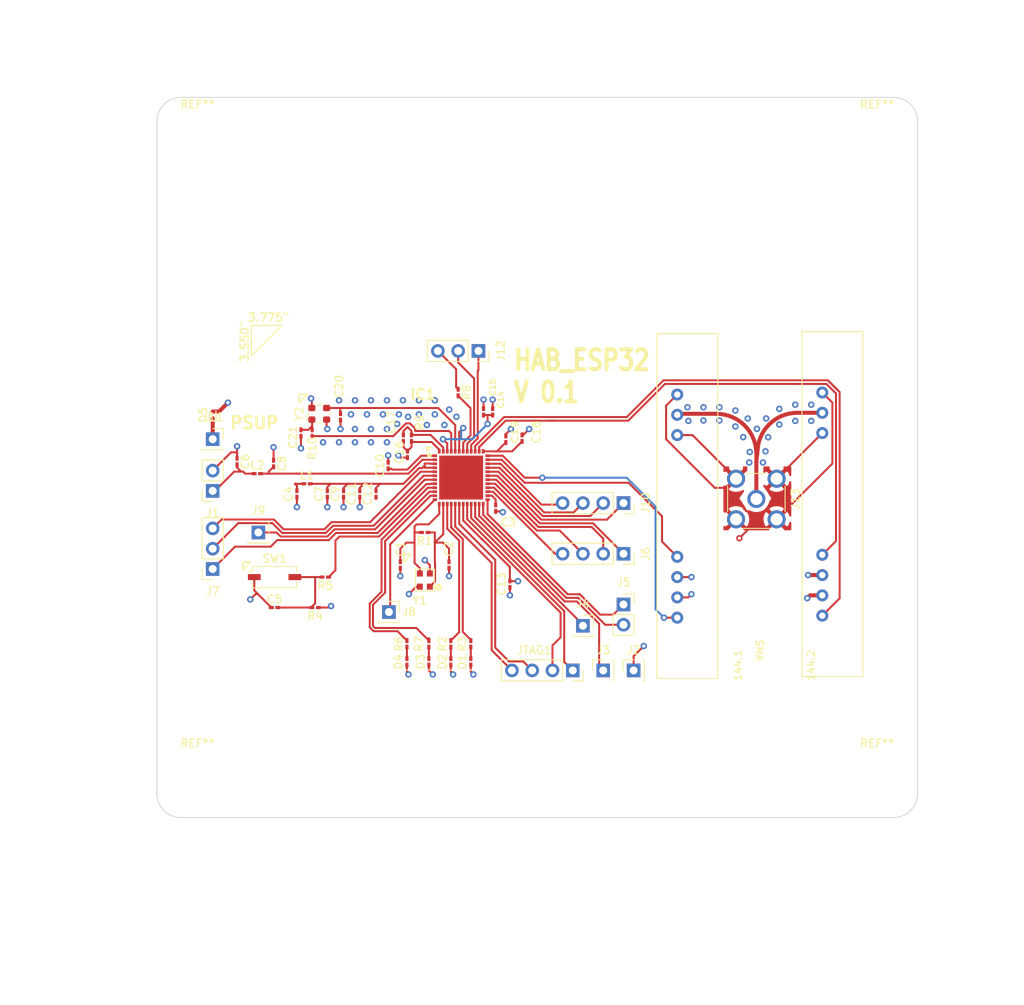
<source format=kicad_pcb>
(kicad_pcb (version 20211014) (generator pcbnew)
  (title_block (title "HAB_ESP32") (date "2021-11-13") (rev "v1") (company "SEDS") (comment 3 "Author, Luke Chapman"))
  (layers (0 "F.Cu" signal) (1 "In1.Cu" power "GND.Cu") (2 "In2.Cu" power "PWR.Cu") (31 "B.Cu" signal) (37 "F.SilkS" user "F.Silkscreen") (38 "B.Mask" user) (39 "F.Mask" user) (44 "Edge.Cuts" user))
  (net 0 "")
  (net 1 "GND")
  (net 2 "Net-(C1-Pad2)")
  (net 3 "Net-(C2-Pad2)")
  (net 4 "VCC")
  (net 5 "Net-(C16-Pad1)")
  (net 6 "/ANT")
  (net 7 "Net-(C21-Pad1)")
  (net 8 "/Psup")
  (net 9 "/S_VP")
  (net 10 "/S_CAPP")
  (net 11 "/S_CAPN")
  (net 12 "/S_VN")
  (net 13 "Net-(IC1-Pad9)")
  (net 14 "/IO34")
  (net 15 "/IO35")
  (net 16 "/IO32")
  (net 17 "/IO26")
  (net 18 "/IO27")
  (net 19 "/IO14")
  (net 20 "/IO12")
  (net 21 "/IO13")
  (net 22 "/IO15")
  (net 23 "/IO2")
  (net 24 "/IO0")
  (net 25 "/IO4")
  (net 26 "/IO16")
  (net 27 "/IO17")
  (net 28 "/SHD-SD2")
  (net 29 "/SWP-SD3")
  (net 30 "/SCS-CMD")
  (net 31 "/CLK-SCK1")
  (net 32 "/SDO-SD0")
  (net 33 "/SDI-SD1")
  (net 34 "/IO5")
  (net 35 "/IO18")
  (net 36 "/IO23")
  (net 37 "/IO19")
  (net 38 "/IO22")
  (net 39 "/UORXD")
  (net 40 "/U0TXD")
  (net 41 "Net-(IC1-Pad42)")
  (net 42 "Net-(IC1-Pad45)")
  (net 43 "/IO21")
  (net 44 "Net-(144.1-Pad2)")
  (net 45 "Net-(C5-Pad2)")
  (net 46 "Net-(C11-Pad2)")
  (net 47 "Net-(C8-Pad2)")
  (net 48 "Net-(C14-Pad1)")
  (net 49 "Net-(C17-Pad2)")
  (net 50 "Net-(C20-Pad1)")
  (net 51 "Net-(D1-Pad2)")
  (net 52 "Net-(D2-Pad2)")
  (net 53 "Net-(D3-Pad2)")
  (net 54 "Net-(D4-Pad2)")
  (footprint "HX1:Radiometric_HX1" (layer "F.Cu") (at 146.177 116.967 -90)
    (fp_text reference "144.2")
    (fp_text value "Radiometic_HX1")
  )
  (footprint "Capacitor_SMD:C_0201_0603Metric_Pad0.64x0.40mm_HandSolder" (layer "F.Cu") (at 99.441 125.857 90)
    (fp_text reference "C2")
    (fp_text value "TBD")
  )
  (footprint "Capacitor_SMD:C_0201_0603Metric_Pad0.64x0.40mm_HandSolder" (layer "F.Cu") (at 105.283 118.745 90)
    (fp_text reference "C3")
    (fp_text value "1u")
  )
  (footprint "Capacitor_SMD:C_0201_0603Metric_Pad0.64x0.40mm_HandSolder" (layer "F.Cu") (at 80.391 116.967 90)
    (fp_text reference "C4")
    (fp_text value "C")
  )
  (footprint "Capacitor_SMD:C_0201_0603Metric_Pad0.64x0.40mm_HandSolder" (layer "F.Cu") (at 84.201 116.967 90)
    (fp_text reference "C7")
    (fp_text value "0.1u")
  )
  (footprint "Capacitor_SMD:C_0201_0603Metric_Pad0.64x0.40mm_HandSolder" (layer "F.Cu") (at 77.597 131.191)
    (fp_text reference "C5")
    (fp_text value "1u")
  )
  (footprint "Capacitor_SMD:C_0201_0603Metric_Pad0.64x0.40mm_HandSolder" (layer "F.Cu") (at 86.233 116.967 90)
    (fp_text reference "C9")
    (fp_text value "1u")
  )
  (footprint "Capacitor_SMD:C_0201_0603Metric_Pad0.64x0.40mm_HandSolder" (layer "F.Cu") (at 91.821 113.411 -90)
    (fp_text reference "C10")
    (fp_text value "0.1u")
  )
  (footprint "Capacitor_SMD:C_0201_0603Metric_Pad0.64x0.40mm_HandSolder" (layer "F.Cu") (at 88.265 116.967 90)
    (fp_text reference "C11")
    (fp_text value "C")
  )
  (footprint "Capacitor_SMD:C_0201_0603Metric_Pad0.64x0.40mm_HandSolder" (layer "F.Cu") (at 90.297 116.967 90)
    (fp_text reference "C12")
    (fp_text value "10u")
  )
  (footprint "Capacitor_SMD:C_0201_0603Metric_Pad0.64x0.40mm_HandSolder" (layer "F.Cu") (at 107.061 128.27 90)
    (fp_text reference "C13")
    (fp_text value "0.1u")
  )
  (footprint "Capacitor_SMD:C_0201_0603Metric_Pad0.64x0.40mm_HandSolder" (layer "F.Cu") (at 104.902 106.68 90)
    (fp_text reference "C14")
    (fp_text value "100p")
  )
  (footprint "Capacitor_SMD:C_0201_0603Metric_Pad0.64x0.40mm_HandSolder" (layer "F.Cu") (at 103.759 106.68 90)
    (fp_text reference "C15")
    (fp_text value "1u")
  )
  (footprint "Capacitor_SMD:C_0201_0603Metric_Pad0.64x0.40mm_HandSolder" (layer "F.Cu") (at 108.585 109.982 -90)
    (fp_text reference "C18")
    (fp_text value "10u")
  )
  (footprint "Capacitor_SMD:C_0201_0603Metric_Pad0.64x0.40mm_HandSolder" (layer "F.Cu") (at 106.553 110.109 -90)
    (fp_text reference "C19")
    (fp_text value "1u")
  )
  (footprint "Capacitor_SMD:C_0201_0603Metric_Pad0.64x0.40mm_HandSolder" (layer "F.Cu") (at 93.726 109.982 90)
    (fp_text reference "C17")
    (fp_text value "3.3n")
  )
  (footprint "Capacitor_SMD:C_0201_0603Metric_Pad0.64x0.40mm_HandSolder" (layer "F.Cu") (at 94.234 112.014 -90)
    (fp_text reference "C16")
    (fp_text value "C")
  )
  (footprint "Capacitor_SMD:C_0201_0603Metric_Pad0.64x0.40mm_HandSolder" (layer "F.Cu") (at 80.899 109.347 -90)
    (fp_text reference "C21")
    (fp_text value "C")
  )
  (footprint "Capacitor_SMD:C_0201_0603Metric_Pad0.64x0.40mm_HandSolder" (layer "F.Cu") (at 77.47 113.157 -90)
    (fp_text reference "C8")
    (fp_text value "TBD")
  )
  (footprint "Capacitor_SMD:C_0201_0603Metric_Pad0.64x0.40mm_HandSolder" (layer "F.Cu") (at 85.852 107.315 -90)
    (fp_text reference "C20")
    (fp_text value "TBD")
  )
  (footprint "Diode_SMD:D_SOD-923" (layer "F.Cu") (at 69.85 107.061 90)
    (fp_text reference "D5")
    (fp_text value "ESD9B3.3ST5G")
  )
  (footprint "ESP32-PICO-D4:ESP32-PICO-D4_1" (layer "F.Cu") (at 100.965 114.935)
    (fp_text reference "IC1")
    (fp_text value "ESP32-PICO-D4" hide)
  )
  (footprint "Connector_PinSocket_2.54mm:PinSocket_1x01_P2.54mm_Vertical" (layer "F.Cu") (at 118.745 139.065 90)
    (fp_text reference "J3")
    (fp_text value " ")
  )
  (footprint "Connector_PinSocket_2.54mm:PinSocket_1x01_P2.54mm_Vertical" (layer "F.Cu") (at 69.85 110.109)
    (fp_text reference "J11")
    (fp_text value " ")
  )
  (footprint "Connector_PinSocket_2.54mm:PinSocket_1x04_P2.54mm_Vertical" (layer "F.Cu") (at 114.935 139.065 -90)
    (fp_text reference "JTAG1")
    (fp_text value "  ")
  )
  (footprint "Inductor_SMD:L_0201_0603Metric_Pad0.64x0.40mm_HandSolder" (layer "F.Cu") (at 81.661 115.697)
    (fp_text reference "L1")
    (fp_text value "2n")
  )
  (footprint "Inductor_SMD:L_0201_0603Metric_Pad0.64x0.40mm_HandSolder" (layer "F.Cu") (at 75.438 114.427)
    (fp_text reference "L2")
    (fp_text value "TBD")
  )
  (footprint "Resistor_SMD:R_0201_0603Metric_Pad0.64x0.40mm_HandSolder" (layer "F.Cu") (at 82.677 131.191 180)
    (fp_text reference "R4")
    (fp_text value "TBD")
  )
  (footprint "Resistor_SMD:R_0201_0603Metric_Pad0.64x0.40mm_HandSolder" (layer "F.Cu") (at 100.584 104.267 -90)
    (fp_text reference "R8")
    (fp_text value "499")
  )
  (footprint "Resistor_SMD:R_0201_0603Metric_Pad0.64x0.40mm_HandSolder" (layer "F.Cu") (at 94.742 109.982 -90)
    (fp_text reference "R9")
    (fp_text value "20k")
  )
  (footprint "Resistor_SMD:R_0201_0603Metric_Pad0.64x0.40mm_HandSolder" (layer "F.Cu") (at 82.296 109.347 -90)
    (fp_text reference "R10")
    (fp_text value "0")
  )
  (footprint "Resistor_SMD:R_0201_0603Metric_Pad0.64x0.40mm_HandSolder" (layer "F.Cu") (at 83.947 127.381 180)
    (fp_text reference "R5")
    (fp_text value "0")
  )
  (footprint "Button_Switch_SMD:SW_DIP_SPSTx01_Slide_Copal_CHS-01A_W5.08mm_P1.27mm_JPin" (layer "F.Cu") (at 77.597 127.381)
    (fp_text reference "SW1")
    (fp_text value "SW_SPST")
  )
  (footprint "Oscillator:Oscillator_SMD_ECS_2520MV-xxx-xx-4Pin_2.5x2.0mm" (layer "F.Cu") (at 83.185 106.934 90)
    (fp_text reference "Y2")
    (fp_text value "ECS-TXO-2520-33-400-AN-TR")
  )
  (footprint "Connector_PinSocket_2.54mm:PinSocket_1x01_P2.54mm_Vertical" (layer "F.Cu") (at 116.205 133.477)
    (fp_text reference "J4")
    (fp_text value " ")
  )
  (footprint "Connector_PinSocket_2.54mm:PinSocket_1x02_P2.54mm_Vertical" (layer "F.Cu") (at 121.285 130.81)
    (fp_text reference "J5")
    (fp_text value " ")
  )
  (footprint "Connector_PinSocket_2.54mm:PinSocket_1x01_P2.54mm_Vertical" (layer "F.Cu") (at 91.915 131.755)
    (fp_text reference "J8")
    (fp_text value " ")
  )
  (footprint "Connector_PinSocket_2.54mm:PinSocket_1x02_P2.54mm_Vertical" (layer "F.Cu") (at 69.85 116.586 180)
    (fp_text reference "J1")
    (fp_text value " ")
  )
  (footprint "Connector_PinSocket_2.54mm:PinSocket_1x01_P2.54mm_Vertical" (layer "F.Cu") (at 75.565 121.793)
    (fp_text reference "J9")
    (fp_text value " ")
  )
  (footprint "Resistor_SMD:R_0201_0603Metric_Pad0.64x0.40mm_HandSolder" (layer "F.Cu") (at 96.393 121.793 180)
    (fp_text reference "R1")
    (fp_text value "TBD")
  )
  (footprint "Capacitor_SMD:C_0201_0603Metric_Pad0.64x0.40mm_HandSolder" (layer "F.Cu") (at 93.345 125.857 90)
    (fp_text reference "C1")
    (fp_text value "TBD")
  )
  (footprint "Connector_PinSocket_2.54mm:PinSocket_1x03_P2.54mm_Vertical" (layer "F.Cu") (at 103.124 99.06 -90)
    (fp_text reference "J12")
    (fp_text value " ")
  )
  (footprint "Connector_PinSocket_2.54mm:PinSocket_1x03_P2.54mm_Vertical" (layer "F.Cu") (at 69.85 126.365 180)
    (fp_text reference "J7")
    (fp_text value " ")
  )
  (footprint "Connector_PinSocket_2.54mm:PinSocket_1x01_P2.54mm_Vertical" (layer "F.Cu") (at 122.555 139.065 90)
    (fp_text reference "J2")
    (fp_text value " ")
  )
  (footprint "Connector_PinSocket_2.54mm:PinSocket_1x04_P2.54mm_Vertical" (layer "F.Cu") (at 121.285 118.11 -90)
    (fp_text reference "J10")
    (fp_text value " ")
  )
  (footprint "Connector_PinSocket_2.54mm:PinSocket_1x04_P2.54mm_Vertical" (layer "F.Cu") (at 121.285 124.46 -90)
    (fp_text reference "J6")
    (fp_text value "  ")
  )
  (footprint "Connector_Coaxial:SMA_Molex_73251-2200_Horizontal" (layer "F.Cu") (at 137.922 117.602 180)
    (fp_text reference "J13")
    (fp_text value "SMA_Molex_Horizontal")
  )
  (footprint "HX1:Radiometric_HX1" (layer "F.Cu") (at 128.016 117.221 -90)
    (fp_text reference "144.1")
    (fp_text value "Radiometic_HX1")
  )
  (footprint "Capacitor_SMD:C_0201_0603Metric_Pad0.64x0.40mm_HandSolder" (layer "F.Cu") (at 72.898 112.903 -90)
    (fp_text reference "C6")
    (fp_text value "TBD")
  )
  (footprint "OM-7604-C7-32:OSCDFN250X200X89-4N" (layer "F.Cu") (at 96.415 127.755 180)
    (fp_text reference "Y1")
    (fp_text value "OM-7604-C7")
  )
  (footprint "Resistor_SMD:R_0201_0603Metric_Pad0.64x0.40mm_HandSolder" (layer "F.Cu") (at 99.665 135.735 90)
    (fp_text reference "R2")
    (fp_text value "TBD")
  )
  (footprint "Resistor_SMD:R_0201_0603Metric_Pad0.64x0.40mm_HandSolder" (layer "F.Cu") (at 96.915 135.735 -90)
    (fp_text reference "R7")
    (fp_text value "TBD")
  )
  (footprint "Resistor_SMD:R_0201_0603Metric_Pad0.64x0.40mm_HandSolder" (layer "F.Cu") (at 102.165 135.735 90)
    (fp_text reference "R3")
    (fp_text value "TBD")
  )
  (footprint "Resistor_SMD:R_0201_0603Metric_Pad0.64x0.40mm_HandSolder" (layer "F.Cu") (at 94.165 135.735 -90)
    (fp_text reference "R6")
    (fp_text value "TBD")
  )
  (footprint "LED_SMD:LED_0201_0603Metric_Pad0.64x0.40mm_HandSolder" (layer "F.Cu") (at 96.915 137.985 90)
    (fp_text reference "D3")
    (fp_text value "LED")
  )
  (footprint "LED_SMD:LED_0201_0603Metric_Pad0.64x0.40mm_HandSolder" (layer "F.Cu") (at 94.165 137.985 90)
    (fp_text reference "D4")
    (fp_text value "LED")
  )
  (footprint "LED_SMD:LED_0201_0603Metric_Pad0.64x0.40mm_HandSolder" (layer "F.Cu") (at 102.165 137.985 90)
    (fp_text reference "D1")
    (fp_text value "LED")
  )
  (footprint "LED_SMD:LED_0201_0603Metric_Pad0.64x0.40mm_HandSolder" (layer "F.Cu") (at 99.665 137.985 90)
    (fp_text reference "D2")
    (fp_text value "LED")
  )
  (footprint "MountingHole:MountingHole_3.2mm_M3" (layer "F.Cu") (at 67.945 72.39)
    (fp_text reference "REF**")
    (fp_text value "MountingHole_3.2mm_M3")
  )
  (footprint "MountingHole:MountingHole_3.2mm_M3" (layer "F.Cu") (at 67.945 152.4)
    (fp_text reference "REF**")
    (fp_text value "MountingHole_3.2mm_M3")
  )
  (footprint "MountingHole:MountingHole_3.2mm_M3" (layer "F.Cu") (at 153.035 72.39)
    (fp_text reference "REF**")
    (fp_text value "MountingHole_3.2mm_M3")
  )
  (footprint "MountingHole:MountingHole_3.2mm_M3" (layer "F.Cu") (at 153.035 152.4)
    (fp_text reference "REF**")
    (fp_text value "MountingHole_3.2mm_M3")
  )
  (gr_line (start 74.697 95.87) (end 78.507 95.87) (layer "F.SilkS") (width 0.15))
  (gr_line (start 81.765 104.505) (end 80.665 105.505) (layer "F.SilkS") (width 0.1778))
  (gr_line (start 93.765 124.505) (end 94.665 124.505) (layer "F.SilkS") (width 0.1778))
  (gr_line (start 74.565 125.505) (end 73.665 125.505) (layer "F.SilkS") (width 0.1778))
  (gr_line (start 97.165 111.105) (end 96.665 111.105) (layer "F.SilkS") (width 0.1778))
  (gr_line (start 96.665 111.105) (end 96.665 111.605) (layer "F.SilkS") (width 0.1778))
  (gr_line (start 93.765 124.505) (end 93.765 125.505) (layer "F.SilkS") (width 0.1778))
  (gr_line (start 73.665 125.505) (end 73.665 126.505) (layer "F.SilkS") (width 0.1778))
  (gr_line (start 96.665 111.605) (end 97.165 111.105) (layer "F.SilkS") (width 0.1778))
  (gr_line (start 80.665 105.505) (end 80.665 104.505) (layer "F.SilkS") (width 0.1778))
  (gr_line (start 73.665 126.505) (end 74.565 125.505) (layer "F.SilkS") (width 0.1778))
  (gr_line (start 74.697 99.68) (end 78.507 95.87) (layer "F.SilkS") (width 0.15))
  (gr_line (start 94.665 124.505) (end 93.865 125.505) (layer "F.SilkS") (width 0.1778))
  (gr_line (start 74.697 95.87) (end 74.697 99.68) (layer "F.SilkS") (width 0.15))
  (gr_line (start 80.665 104.505) (end 81.765 104.505) (layer "F.SilkS") (width 0.1778))
  (gr_line (start 155.115 157.48) (end 65.865 157.48) (layer "Edge.Cuts") (width 0.1016))
  (gr_line (start 62.865 154.48) (end 62.865 70.31) (layer "Edge.Cuts") (width 0.1016))
  (gr_line (start 65.865 67.31) (end 155.115 67.31) (layer "Edge.Cuts") (width 0.1016))
  (gr_line (start 158.115 70.31) (end 158.115 154.48) (layer "Edge.Cuts") (width 0.1016))
  (gr_arc (start 65.865 157.48) (mid 63.74368 156.60132) (end 62.865 154.48) (layer "Edge.Cuts") (width 0.1016))
  (gr_arc (start 155.115 67.31) (mid 157.23632 68.18868) (end 158.115 70.31) (layer "Edge.Cuts") (width 0.1016))
  (gr_arc (start 62.865 70.31) (mid 63.74368 68.18868) (end 65.865 67.31) (layer "Edge.Cuts") (width 0.1016))
  (gr_arc (start 158.115 154.48) (mid 157.23632 156.60132) (end 155.115 157.48) (layer "Edge.Cuts") (width 0.1016))
  (gr_text "HAB_ESP32\nV 0.1" (at 107.315 102.235) (layer "F.SilkS") (effects (font (size 2.5 2) (thickness 0.5)) (justify left)))
  (gr_text "PSUP" (at 75.057 108.077) (layer "F.SilkS") (effects (font (size 1.5 1.5) (thickness 0.3))))
  (gr_text "SMA" (at 138.295 136.525 -90) (layer "F.SilkS") (effects (font (size 0.9 0.9))))
  (gr_text "3.550\"" (at 73.84 97.87 90) (layer "F.SilkS") (effects (font (size 1.016 1.016) (thickness 0.1778))))
  (gr_text "3.775\"" (at 76.84 94.87) (layer "F.SilkS") (effects (font (size 1.016 1.016) (thickness 0.1778))))
  (segment (start 140.462 115.062) (end 140.462 115.062) (width 0.25) (layer "F.Cu") (net 1))
  (segment (start 135.382 115.062) (end 135.382 115.062) (width 0.25) (layer "F.Cu") (net 1))
  (segment (start 135.795 122.52) (end 135.795 122.52) (width 0.25) (layer "F.Cu") (net 1))
  (segment (start 129.795 129.52) (end 129.795 129.52) (width 0.25) (layer "F.Cu") (net 1))
  (segment (start 140.462 120.142) (end 140.462 120.142) (width 0.25) (layer "F.Cu") (net 1))
  (segment (start 135.382 120.142) (end 135.382 120.142) (width 0.25) (layer "F.Cu") (net 1))
  (segment (start 104.902 106.2725) (end 104.902 105.156) (width 0.25) (layer "F.Cu") (net 1))
  (segment (start 75.48825 129.48975) (end 77.1895 131.191) (width 0.25) (layer "F.Cu") (net 1))
  (segment (start 69.85 114.046) (end 72.136 111.76) (width 0.25) (layer "F.Cu") (net 1))
  (segment (start 129.921 109.601) (end 135.382 115.062) (width 0.25) (layer "F.Cu") (net 1))
  (segment (start 84.11 107.659) (end 84.11 108.748) (width 0.25) (layer "F.Cu") (net 1))
  (segment (start 91.821 113.0035) (end 91.821 112.141) (width 0.25) (layer "F.Cu") (net 1))
  (segment (start 122.555 137.287) (end 123.825 136.017) (width 0.25) (layer "F.Cu") (net 1))
  (segment (start 75.057 129.0585) (end 75.48825 129.48975) (width 0.25) (layer "F.Cu") (net 1))
  (segment (start 107.061 128.6775) (end 107.061 129.667) (width 0.25) (layer "F.Cu") (net 1))
  (segment (start 103.759 106.2725) (end 103.759 105.156) (width 0.25) (layer "F.Cu") (net 1))
  (segment (start 99.665 138.3925) (end 99.665 139.289) (width 0.25) (layer "F.Cu") (net 1))
  (segment (start 84.11 108.748) (end 84.201 108.839) (width 0.25) (layer "F.Cu") (net 1))
  (segment (start 72.136 111.76) (end 72.898 111.76) (width 0.25) (layer "F.Cu") (net 1))
  (segment (start 80.391 117.3745) (end 80.391 118.618) (width 0.25) (layer "F.Cu") (net 1))
  (segment (start 77.47 112.7495) (end 77.47 111.125) (width 0.25) (layer "F.Cu") (net 1))
  (segment (start 146.177 104.267) (end 147.447 105.537) (width 0.25) (layer "F.Cu") (net 1))
  (segment (start 147.447 105.537) (end 147.447 113.157) (width 0.25) (layer "F.Cu") (net 1))
  (segment (start 84.201 117.3745) (end 84.201 118.618) (width 0.25) (layer "F.Cu") (net 1))
  (segment (start 126.619 110.109) (end 132.715 116.205) (width 0.25) (layer "F.Cu") (net 1))
  (segment (start 97.04 126.93) (end 97.04 125.88) (width 0.25) (layer "F.Cu") (net 1))
  (segment (start 80.899 109.7545) (end 80.899 111.252) (width 0.25) (layer "F.Cu") (net 1))
  (segment (start 128.016 129.921) (end 129.394 129.921) (width 0.25) (layer "F.Cu") (net 1))
  (segment (start 146.177 129.667) (end 144.648 129.667) (width 0.5) (layer "F.Cu") (net 1))
  (segment (start 96.915 138.3925) (end 96.915 139.079) (width 0.25) (layer "F.Cu") (net 1))
  (segment (start 97.04 125.88) (end 96.415 125.255) (width 0.25) (layer "F.Cu") (net 1))
  (segment (start 128.016 104.521) (end 126.619 105.918) (width 0.25) (layer "F.Cu") (net 1))
  (segment (start 99.441 126.2645) (end 99.441 127.254) (width 0.25) (layer "F.Cu") (net 1))
  (segment (start 146.177 109.347) (end 140.462 115.062) (width 0.25) (layer "F.Cu") (net 1))
  (segment (start 126.619 105.918) (end 126.619 110.109) (width 0.25) (layer "F.Cu") (net 1))
  (segment (start 88.265 117.3745) (end 88.265 118.618) (width 0.25) (layer "F.Cu") (net 1))
  (segment (start 94.234 112.4215) (end 93.3715 112.4215) (width 0.25) (layer "F.Cu") (net 1))
  (segment (start 72.898 111.76) (end 72.898 110.998) (width 0.25) (layer "F.Cu") (net 1))
  (segment (start 108.7385 109.5745) (end 109.474 108.839) (width 0.25) (layer "F.Cu") (net 1))
  (segment (start 74.549 130.175) (end 75.23425 129.48975) (width 0.25) (layer "F.Cu") (net 1))
  (segment (start 132.715 116.205) (end 133.985 116.205) (width 0.25) (layer "F.Cu") (net 1))
  (segment (start 108.585 109.5745) (end 108.7385 109.5745) (width 0.25) (layer "F.Cu") (net 1))
  (segment (start 94.165 139.377) (end 94.361 139.573) (width 0.25) (layer "F.Cu") (net 1))
  (segment (start 129.394 129.921) (end 129.795 129.52) (width 0.25) (layer "F.Cu") (net 1))
  (segment (start 105.283 119.1525) (end 106.0715 119.1525) (width 0.25) (layer "F.Cu") (net 1))
  (segment (start 136.795 121.52) (end 135.795 122.52) (width 0.25) (layer "F.Cu") (net 1))
  (segment (start 75.23425 129.48975) (end 75.48825 129.48975) (width 0.25) (layer "F.Cu") (net 1))
  (segment (start 93.3715 112.4215) (end 93.091 112.141) (width 0.25) (layer "F.Cu") (net 1))
  (segment (start 96.915 139.079) (end 97.409 139.573) (width 0.25) (layer "F.Cu") (net 1))
  (segment (start 75.057 127.381) (end 75.057 129.0585) (width 0.25) (layer "F.Cu") (net 1))
  (segment (start 93.345 126.2645) (end 93.345 127.254) (width 0.25) (layer "F.Cu") (net 1))
  (segment (start 106.553 109.7015) (end 106.553 109.474) (width 0.25) (layer "F.Cu") (net 1))
  (segment (start 85.852 107.7225) (end 85.852 108.839) (width 0.25) (layer "F.Cu") (net 1))
  (segment (start 99.665 139.289) (end 99.949 139.573) (width 0.25) (layer "F.Cu") (net 1))
  (segment (start 147.447 113.157) (end 140.462 120.142) (width 0.25) (layer "F.Cu") (net 1))
  (segment (start 144.648 129.667) (end 144.295 130.02) (width 0.5) (layer "F.Cu") (net 1))
  (segment (start 106.553 109.474) (end 107.188 108.839) (width 0.25) (layer "F.Cu") (net 1))
  (segment (start 122.555 139.065) (end 122.555 137.287) (width 0.25) (layer "F.Cu") (net 1))
  (segment (start 102.165 138.3925) (end 102.165 139.249) (width 0.25) (layer "F.Cu") (net 1))
  (segment (start 72.898 112.4955) (end 72.898 111.76) (width 0.25) (layer "F.Cu") (net 1))
  (segment (start 86.233 117.3745) (end 86.233 118.618) (width 0.25) (layer "F.Cu") (net 1))
  (segment (start 102.165 139.249) (end 102.489 139.573) (width 0.25) (layer "F.Cu") (net 1))
  (segment (start 128.016 109.601) (end 129.921 109.601) (width 0.25) (layer "F.Cu") (net 1))
  (segment (start 94.165 138.3925) (end 94.165 139.377) (width 0.25) (layer "F.Cu") (net 1))
  (segment (start 106.0715 119.1525) (end 106.172 119.253) (width 0.25) (layer "F.Cu") (net 1))
  (via (at 123.825 136.017) (size 0.8) (drill 0.4) (layers "F.Cu" "B.Cu") (net 1))
  (via (at 88.265 118.618) (size 0.8) (drill 0.4) (layers "F.Cu" "B.Cu") (net 1))
  (via (at 100.365 107.305) (size 0.8) (drill 0.4) (layers "F.Cu" "B.Cu") (net 1))
  (via (at 144.795 107.823) (size 0.8) (drill 0.4) (layers "F.Cu" "B.Cu") (net 1))
  (via (at 84.201 118.618) (size 0.8) (drill 0.4) (layers "F.Cu" "B.Cu") (net 1))
  (via (at 97.665 107.005) (size 0.8) (drill 0.4) (layers "F.Cu" "B.Cu") (net 1))
  (via (at 135.295 106.52) (size 0.8) (drill 0.4) (layers "F.Cu" "B.Cu") (net 1))
  (via (at 135.382 120.142) (size 2.25) (drill 1.5) (layers "F.Cu" "B.Cu") (net 1))
  (via (at 138.745 113.03) (size 0.8) (drill 0.4) (layers "F.Cu" "B.Cu") (net 1))
  (via (at 103.759 105.156) (size 0.8) (drill 0.4) (layers "F.Cu" "B.Cu") (net 1))
  (via (at 87.165 107.005) (size 0.8) (drill 0.4) (layers "F.Cu" "B.Cu") (net 1))
  (via (at 96.665 108.331) (size 0.8) (drill 0.4) (layers "F.Cu" "B.Cu") (net 1))
  (via (at 144.295 130.02) (size 0.8) (drill 0.4) (layers "F.Cu" "B.Cu") (net 1))
  (via (at 91.665 108.839) (size 0.8) (drill 0.4) (layers "F.Cu" "B.Cu") (net 1))
  (via (at 97.409 139.573) (size 0.8) (drill 0.4) (layers "F.Cu" "B.Cu") (net 1))
  (via (at 95.665 107.005) (size 0.8) (drill 0.4) (layers "F.Cu" "B.Cu") (net 1))
  (via (at 140.795 106.32) (size 0.8) (drill 0.4) (layers "F.Cu" "B.Cu") (net 1))
  (via (at 91.165 107.005) (size 0.8) (drill 0.4) (layers "F.Cu" "B.Cu") (net 1))
  (via (at 89.665 108.839) (size 0.8) (drill 0.4) (layers "F.Cu" "B.Cu") (net 1))
  (via (at 144.795 105.791) (size 0.8) (drill 0.4) (layers "F.Cu" "B.Cu") (net 1))
  (via (at 89.165 107.005) (size 0.8) (drill 0.4) (layers "F.Cu" "B.Cu") (net 1))
  (via (at 104.902 105.156) (size 0.8) (drill 0.4) (layers "F.Cu" "B.Cu") (net 1))
  (via (at 77.47 111.125) (size 0.8) (drill 0.4) (layers "F.Cu" "B.Cu") (net 1))
  (via (at 87.665 108.839) (size 0.8) (drill 0.4) (layers "F.Cu" "B.Cu") (net 1))
  (via (at 133.295 107.77) (size 0.8) (drill 0.4) (layers "F.Cu" "B.Cu") (net 1))
  (via (at 94.361 139.573) (size 0.8) (drill 0.4) (layers "F.Cu" "B.Cu") (net 1))
  (via (at 137.095 111.72) (size 0.8) (drill 0.4) (layers "F.Cu" "B.Cu") (net 1))
  (via (at 93.665 105.251) (size 0.8) (drill 0.4) (layers "F.Cu" "B.Cu") (net 1))
  (via (at 136.845 107.52) (size 0.8) (drill 0.4) (layers "F.Cu" "B.Cu") (net 1))
  (via (at 135.295 108.52) (size 0.8) (drill 0.4) (layers "F.Cu" "B.Cu") (net 1))
  (via (at 85.852 108.839) (size 0.8) (drill 0.4) (layers "F.Cu" "B.Cu") (net 1))
  (via (at 139.065 111.633) (size 0.8) (drill 0.4) (layers "F.Cu" "B.Cu") (net 1))
  (via (at 142.795 105.791) (size 0.8) (drill 0.4) (layers "F.Cu" "B.Cu") (net 1))
  (via (at 89.665 105.251) (size 0.8) (drill 0.4) (layers "F.Cu" "B.Cu") (net 1))
  (via (at 93.165 107.005) (size 0.8) (drill 0.4) (layers "F.Cu" "B.Cu") (net 1))
  (via (at 137.995 108.82) (size 0.8) (drill 0.4) (layers "F.Cu" "B.Cu") (net 1))
  (via (at 107.188 108.839) (size 0.8) (drill 0.4) (layers "F.Cu" "B.Cu") (net 1))
  (via (at 85.665 110.505) (size 0.8) (drill 0.4) (layers "F.Cu" "B.Cu") (net 1))
  (via (at 87.665 105.251) (size 0.8) (drill 0.4) (layers "F.Cu" "B.Cu") (net 1))
  (via (at 136.271 109.855) (size 0.8) (drill 0.4) (layers "F.Cu" "B.Cu") (net 1))
  (via (at 140.462 120.142) (size 2.25) (drill 1.5) (layers "F.Cu" "B.Cu") (net 1))
  (via (at 140.795 108.27) (size 0.8) (drill 0.4) (layers "F.Cu" "B.Cu") (net 1))
  (via blind (at 135.795 122.52) (size 0.8) (drill 0.4) (layers "F.Cu" "In1.Cu") (net 1))
  (via (at 129.795 129.52) (size 0.8) (drill 0.4) (layers "F.Cu" "B.Cu") (net 1))
  (via (at 91.665 105.251) (size 0.8) (drill 0.4) (layers "F.Cu" "B.Cu") (net 1))
  (via (at 89.665 110.505) (size 0.8) (drill 0.4) (layers "F.Cu" "B.Cu") (net 1))
  (via (at 97.665 105.251) (size 0.8) (drill 0.4) (layers "F.Cu" "B.Cu") (net 1))
  (via (at 142.795 107.823) (size 0.8) (drill 0.4) (layers "F.Cu" "B.Cu") (net 1))
  (via (at 131.295 106.12) (size 0.8) (drill 0.4) (layers "F.Cu" "B.Cu") (net 1))
  (via (at 139.145 107.52) (size 0.8) (drill 0.4) (layers "F.Cu" "B.Cu") (net 1))
  (via (at 102.489 139.573) (size 0.8) (drill 0.4) (layers "F.Cu" "B.Cu") (net 1))
  (via (at 91.665 110.505) (size 0.8) (drill 0.4) (layers "F.Cu" "B.Cu") (net 1))
  (via (at 99.441 127.254) (size 0.8) (drill 0.4) (layers "F.Cu" "B.Cu") (net 1))
  (via (at 137.033 113.03) (size 0.8) (drill 0.4) (layers "F.Cu" "B.Cu") (net 1))
  (via (at 85.665 105.251) (size 0.8) (drill 0.4) (layers "F.Cu" "B.Cu") (net 1))
  (via (at 74.549 130.175) (size 0.8) (drill 0.4) (layers "F.Cu" "B.Cu") (net 1))
  (via (at 86.233 118.618) (size 0.8) (drill 0.4) (layers "F.Cu" "B.Cu") (net 1))
  (via (at 93.345 127.254) (size 0.8) (drill 0.4) (layers "F.Cu" "B.Cu") (net 1))
  (via (at 107.061 129.667) (size 0.8) (drill 0.4) (layers "F.Cu" "B.Cu") (net 1))
  (via (at 109.474 108.839) (size 0.8) (drill 0.4) (layers "F.Cu" "B.Cu") (net 1))
  (via (at 80.391 118.618) (size 0.8) (drill 0.4) (layers "F.Cu" "B.Cu") (net 1))
  (via (at 139.395 109.87) (size 0.8) (drill 0.4) (layers "F.Cu" "B.Cu") (net 1))
  (via (at 98.865 108.331) (size 0.8) (drill 0.4) (layers "F.Cu" "B.Cu") (net 1))
  (via (at 72.898 110.998) (size 0.8) (drill 0.4) (layers "F.Cu" "B.Cu") (net 1))
  (via (at 99.465 106.405) (size 0.8) (drill 0.4) (layers "F.Cu" "B.Cu") (net 1))
  (via (at 83.665 110.505) (size 0.8) (drill 0.4) (layers "F.Cu" "B.Cu") (net 1))
  (via (at 91.821 112.141) (size 0.8) (drill 0.4) (layers "F.Cu" "B.Cu") (net 1))
  (via (at 135.382 115.062) (size 2.25) (drill 1.5) (layers "F.Cu" "B.Cu") (net 1))
  (via (at 92.9386 108.204) (size 0.8) (drill 0.4) (layers "F.Cu" "B.Cu") (net 1))
  (via (at 94.315 107.315) (size 0.8) (drill 0.4) (layers "F.Cu" "B.Cu") (net 1))
  (via (at 95.665 105.251) (size 0.8) (drill 0.4) (layers "F.Cu" "B.Cu") (net 1))
  (via (at 131.295 107.77) (size 0.8) (drill 0.4) (layers "F.Cu" "B.Cu") (net 1))
  (via (at 84.201 108.839) (size 0.8) (drill 0.4) (layers "F.Cu" "B.Cu") (net 1))
  (via (at 140.462 115.062) (size 2.25) (drill 1.5) (layers "F.Cu" "B.Cu") (net 1))
  (via (at 80.899 111.252) (size 0.8) (drill 0.4) (layers "F.Cu" "B.Cu") (net 1))
  (via (at 99.949 139.573) (size 0.8) (drill 0.4) (layers "F.Cu" "B.Cu") (net 1))
  (via (at 133.295 106.12) (size 0.8) (drill 0.4) (layers "F.Cu" "B.Cu") (net 1))
  (via (at 129.295 106.12) (size 0.8) (drill 0.4) (layers "F.Cu" "B.Cu") (net 1))
  (via (at 87.665 110.505) (size 0.8) (drill 0.4) (layers "F.Cu" "B.Cu") (net 1))
  (via (at 129.413 107.823) (size 0.8) (drill 0.4) (layers "F.Cu" "B.Cu") (net 1))
  (via (at 96.415 125.255) (size 0.8) (drill 0.4) (layers "F.Cu" "B.Cu") (net 1))
  (via (at 93.091 112.141) (size 0.8) (drill 0.4) (layers "F.Cu" "B.Cu") (net 1))
  (via (at 106.172 119.253) (size 0.8) (drill 0.4) (layers "F.Cu" "B.Cu") (net 1))
  (segment (start 95.9855 121.793) (end 95.123 121.793) (width 0.25) (layer "F.Cu") (net 2))
  (segment (start 95.123 121.793) (end 95.123 123.063) (width 0.25) (layer "F.Cu") (net 2))
  (segment (start 95.123 123.063) (end 95.123 125.603) (width 0.25) (layer "F.Cu") (net 2))
  (segment (start 96.901 120.777) (end 98.215 119.463) (width 0.25) (layer "F.Cu") (net 2))
  (segment (start 95.377 120.777) (end 96.901 120.777) (width 0.25) (layer "F.Cu") (net 2))
  (segment (start 98.215 119.463) (end 98.215 118.235) (width 0.25) (layer "F.Cu") (net 2))
  (segment (start 95.79 126.93) (end 95.79 126.27) (width 0.25) (layer "F.Cu") (net 2))
  (segment (start 95.123 121.031) (end 95.377 120.777) (width 0.25) (layer "F.Cu") (net 2))
  (segment (start 94.107 123.063) (end 95.123 123.063) (width 0.25) (layer "F.Cu") (net 2))
  (segment (start 95.123 121.793) (end 95.123 121.031) (width 0.25) (layer "F.Cu") (net 2))
  (segment (start 95.79 126.27) (end 95.123 125.603) (width 0.25) (layer "F.Cu") (net 2))
  (segment (start 93.345 123.825) (end 94.107 123.063) (width 0.25) (layer "F.Cu") (net 2))
  (segment (start 93.345 125.4495) (end 93.345 123.825) (width 0.25) (layer "F.Cu") (net 2))
  (segment (start 97.663 121.793) (end 97.663 123.063) (width 0.25) (layer "F.Cu") (net 3))
  (segment (start 97.663 123.063) (end 97.663 125.603) (width 0.25) (layer "F.Cu") (net 3))
  (segment (start 96.8005 121.793) (end 97.663 121.793) (width 0.25) (layer "F.Cu") (net 3))
  (segment (start 97.663 123.063) (end 98.679 123.063) (width 0.25) (layer "F.Cu") (net 3))
  (segment (start 97.690001 127.929999) (end 97.690001 125.630001) (width 0.25) (layer "F.Cu") (net 3))
  (segment (start 98.715 118.235) (end 98.715 122.011) (width 0.25) (layer "F.Cu") (net 3))
  (segment (start 97.04 128.58) (end 97.690001 127.929999) (width 0.25) (layer "F.Cu") (net 3))
  (segment (start 99.441 123.825) (end 99.441 125.4495) (width 0.25) (layer "F.Cu") (net 3))
  (segment (start 98.679 123.063) (end 99.441 123.825) (width 0.25) (layer "F.Cu") (net 3))
  (segment (start 98.715 122.011) (end 97.663 123.063) (width 0.25) (layer "F.Cu") (net 3))
  (segment (start 97.690001 125.630001) (end 97.663 125.603) (width 0.25) (layer "F.Cu") (net 3))
  (segment (start 84.665 131.005) (end 84.665 131.005) (width 0.25) (layer "F.Cu") (net 4))
  (segment (start 82.165 105.005) (end 82.165 105.005) (width 0.25) (layer "F.Cu") (net 4))
  (segment (start 144.402 127.127) (end 144.402 127.127) (width 0.25) (layer "F.Cu") (net 4))
  (segment (start 95.79 128.58) (end 95.34 128.58) (width 0.25) (layer "F.Cu") (net 4))
  (segment (start 104.800001 117.184999) (end 105.283 117.667998) (width 0.25) (layer "F.Cu") (net 4))
  (segment (start 82.26 105.1) (end 82.165 105.005) (width 0.25) (layer "F.Cu") (net 4))
  (segment (start 128.016 127.381) (end 129.794 127.381) (width 0.25) (layer "F.Cu") (net 4))
  (segment (start 105.4345 111.635) (end 106.553 110.5165) (width 0.25) (layer "F.Cu") (net 4))
  (segment (start 95.34 128.58) (end 94.415 129.505) (width 0.25) (layer "F.Cu") (net 4))
  (segment (start 69.85 106.641) (end 70.651 106.641) (width 0.5) (layer "F.Cu") (net 4))
  (segment (start 146.177 127.127) (end 144.402 127.127) (width 0.5) (layer "F.Cu") (net 4))
  (segment (start 103.715 111.635) (end 105.4345 111.635) (width 0.25) (layer "F.Cu") (net 4))
  (segment (start 107.0875 127.889) (end 107.061 127.8625) (width 0.25) (layer "F.Cu") (net 4))
  (segment (start 101.215 120.2915) (end 103.49175 122.56825) (width 0.25) (layer "F.Cu") (net 4))
  (segment (start 107.061 127.8625) (end 107.061 126.111) (width 0.25) (layer "F.Cu") (net 4))
  (segment (start 103.51825 122.56825) (end 103.49175 122.56825) (width 0.25) (layer "F.Cu") (net 4))
  (segment (start 80.391 116.5595) (end 80.391 115.951) (width 0.25) (layer "F.Cu") (net 4))
  (segment (start 107.061 126.111) (end 103.51825 122.56825) (width 0.25) (layer "F.Cu") (net 4))
  (segment (start 70.651 106.641) (end 71.755 105.537) (width 0.5) (layer "F.Cu") (net 4))
  (segment (start 101.215 118.235) (end 101.215 120.2915) (width 0.25) (layer "F.Cu") (net 4))
  (segment (start 108.077 127.889) (end 107.0875 127.889) (width 0.25) (layer "F.Cu") (net 4))
  (segment (start 80.137 115.697) (end 81.2535 115.697) (width 0.25) (layer "F.Cu") (net 4))
  (segment (start 83.0845 131.191) (end 84.479 131.191) (width 0.25) (layer "F.Cu") (net 4))
  (segment (start 107.3395 111.635) (end 108.585 110.3895) (width 0.25) (layer "F.Cu") (net 4))
  (segment (start 92.2285 113.8185) (end 91.821 113.8185) (width 0.25) (layer "F.Cu") (net 4))
  (segment (start 95.96377 112.185) (end 94.22977 113.919) (width 0.25) (layer "F.Cu") (net 4))
  (segment (start 105.283 117.667998) (end 105.283 118.3375) (width 0.25) (layer "F.Cu") (net 4))
  (segment (start 84.479 131.191) (end 84.665 131.005) (width 0.25) (layer "F.Cu") (net 4))
  (segment (start 94.22977 113.919) (end 92.329 113.919) (width 0.25) (layer "F.Cu") (net 4))
  (segment (start 92.329 113.919) (end 92.2285 113.8185) (width 0.25) (layer "F.Cu") (net 4))
  (segment (start 105.4345 111.635) (end 107.3395 111.635) (width 0.25) (layer "F.Cu") (net 4))
  (segment (start 97.665 112.185) (end 97.453 112.185) (width 0.25) (layer "F.Cu") (net 4))
  (segment (start 104.265 117.185) (end 104.800001 117.184999) (width 0.25) (layer "F.Cu") (net 4))
  (segment (start 82.26 106.209) (end 82.26 105.1) (width 0.25) (layer "F.Cu") (net 4))
  (segment (start 103.49175 122.56825) (end 103.7325 122.809) (width 0.25) (layer "F.Cu") (net 4))
  (segment (start 80.391 115.951) (end 80.137 115.697) (width 0.25) (layer "F.Cu") (net 4))
  (segment (start 97.665 112.185) (end 95.96377 112.185) (width 0.25) (layer "F.Cu") (net 4))
  (via (at 71.755 105.537) (size 0.8) (drill 0.4) (layers "F.Cu" "B.Cu") (net 4))
  (via (at 94.415 129.505) (size 0.8) (drill 0.4) (layers "F.Cu" "B.Cu") (net 4))
  (via (at 84.665 131.005) (size 0.8) (drill 0.4) (layers "F.Cu" "B.Cu") (net 4))
  (via (at 129.794 127.381) (size 0.8) (drill 0.4) (layers "F.Cu" "B.Cu") (net 4))
  (via (at 144.402 127.127) (size 0.8) (drill 0.4) (layers "F.Cu" "B.Cu") (net 4))
  (via (at 82.165 105.005) (size 0.8) (drill 0.4) (layers "F.Cu" "B.Cu") (net 4))
  (via (at 108.077 127.889) (size 0.8) (drill 0.4) (layers "F.Cu" "B.Cu") (net 4))
  (segment (start 98.215 111.635) (end 98.215 111.423) (width 0.25) (layer "F.Cu") (net 5))
  (segment (start 98.215 111.423) (end 97.2555 110.4635) (width 0.25) (layer "F.Cu") (net 5))
  (segment (start 94.742 111.0985) (end 94.234 111.6065) (width 0.25) (layer "F.Cu") (net 5))
  (segment (start 93.726 111.0985) (end 94.234 111.6065) (width 0.25) (layer "F.Cu") (net 5))
  (segment (start 94.816 110.4635) (end 94.742 110.3895) (width 0.25) (layer "F.Cu") (net 5))
  (segment (start 94.742 110.3895) (end 94.742 111.0985) (width 0.25) (layer "F.Cu") (net 5))
  (segment (start 93.726 110.3895) (end 93.726 111.0985) (width 0.25) (layer "F.Cu") (net 5))
  (segment (start 97.2555 110.4635) (end 94.816 110.4635) (width 0.25) (layer "F.Cu") (net 5))
  (segment (start 72.898 113.665) (end 73.406 114.173) (width 0.25) (layer "F.Cu") (net 6))
  (segment (start 73.66 114.173) (end 73.914 114.427) (width 0.25) (layer "F.Cu") (net 6))
  (segment (start 72.5435 114.173) (end 73.406 114.173) (width 0.25) (layer "F.Cu") (net 6))
  (segment (start 72.898 113.3105) (end 72.898 113.665) (width 0.25) (layer "F.Cu") (net 6))
  (segment (start 73.914 114.427) (end 75.0305 114.427) (width 0.25) (layer "F.Cu") (net 6))
  (segment (start 73.406 114.173) (end 73.66 114.173) (width 0.25) (layer "F.Cu") (net 6))
  (segment (start 70.1305 116.586) (end 72.5435 114.173) (width 0.25) (layer "F.Cu") (net 6))
  (segment (start 69.85 116.586) (end 70.1305 116.586) (width 0.25) (layer "F.Cu") (net 6))
  (segment (start 81.8145 108.9395) (end 82.296 108.458) (width 0.25) (layer "F.Cu") (net 7))
  (segment (start 82.296 108.9395) (end 82.296 108.458) (width 0.25) (layer "F.Cu") (net 7))
  (segment (start 82.296 108.458) (end 82.296 107.695) (width 0.25) (layer "F.Cu") (net 7))
  (segment (start 80.899 108.9395) (end 81.8145 108.9395) (width 0.25) (layer "F.Cu") (net 7))
  (segment (start 82.296 107.695) (end 82.26 107.659) (width 0.25) (layer "F.Cu") (net 7))
  (segment (start 69.85 110.109) (end 69.85 107.481) (width 0.5) (layer "F.Cu") (net 8))
  (segment (start 84.728216 120.500964) (end 83.8282 121.40098) (width 0.25) (layer "F.Cu") (net 9))
  (segment (start 77.497399 120.167989) (end 70.967011 120.167989) (width 0.25) (layer "F.Cu") (net 9))
  (segment (start 95.873 114.185) (end 89.557036 120.500964) (width 0.25) (layer "F.Cu") (net 9))
  (segment (start 70.967011 120.167989) (end 69.85 121.285) (width 0.25) (layer "F.Cu") (net 9))
  (segment (start 89.557036 120.500964) (end 84.728216 120.500964) (width 0.25) (layer "F.Cu") (net 9))
  (segment (start 78.73039 121.40098) (end 77.497399 120.167989) (width 0.25) (layer "F.Cu") (net 9))
  (segment (start 97.665 114.185) (end 95.873 114.185) (width 0.25) (layer "F.Cu") (net 9))
  (segment (start 83.8282 121.40098) (end 78.73039 121.40098) (width 0.25) (layer "F.Cu") (net 9))
  (segment (start 84.0146 121.85099) (end 78.54399 121.85099) (width 0.25) (layer "F.Cu") (net 10))
  (segment (start 97.665 114.685) (end 96.26059 114.685) (width 0.25) (layer "F.Cu") (net 10))
  (segment (start 77.310999 120.617999) (end 73.057001 120.617999) (width 0.25) (layer "F.Cu") (net 10))
  (segment (start 73.057001 120.617999) (end 69.85 123.825) (width 0.25) (layer "F.Cu") (net 10))
  (segment (start 89.994618 120.950972) (end 84.914617 120.950973) (width 0.25) (layer "F.Cu") (net 10))
  (segment (start 96.26059 114.685) (end 89.994618 120.950972) (width 0.25) (layer "F.Cu") (net 10))
  (segment (start 78.54399 121.85099) (end 77.310999 120.617999) (width 0.25) (layer "F.Cu") (net 10))
  (segment (start 84.914617 120.950973) (end 84.0146 121.85099) (width 0.25) (layer "F.Cu") (net 10))
  (segment (start 90.181018 121.400982) (end 96.397 115.185) (width 0.25) (layer "F.Cu") (net 11))
  (segment (start 85.101018 121.400982) (end 90.181018 121.400982) (width 0.25) (layer "F.Cu") (net 11))
  (segment (start 78.35759 122.301) (end 84.201 122.301) (width 0.25) (layer "F.Cu") (net 11))
  (segment (start 84.201 122.301) (end 85.101018 121.400982) (width 0.25) (layer "F.Cu") (net 11))
  (segment (start 96.397 115.185) (end 97.665 115.185) (width 0.25) (layer "F.Cu") (net 11))
  (segment (start 76.073 122.301) (end 75.565 121.793) (width 0.25) (layer "F.Cu") (net 11))
  (segment (start 75.565 121.793) (end 77.84959 121.793) (width 0.25) (layer "F.Cu") (net 11))
  (segment (start 77.84959 121.793) (end 78.35759 122.301) (width 0.25) (layer "F.Cu") (net 11))
  (segment (start 97.665 115.685) (end 97.167 115.685) (width 0.25) (layer "F.Cu") (net 12))
  (segment (start 96.60619 115.73499) (end 90.49019 121.85099) (width 0.25) (layer "F.Cu") (net 12))
  (segment (start 97.11701 115.73499) (end 96.60619 115.73499) (width 0.25) (layer "F.Cu") (net 12))
  (segment (start 90.49019 121.85099) (end 85.28742 121.85099) (width 0.25) (layer "F.Cu") (net 12))
  (segment (start 84.3874 122.75101) (end 77.921988 122.75101) (width 0.25) (layer "F.Cu") (net 12))
  (segment (start 72.644 123.571) (end 69.85 126.365) (width 0.25) (layer "F.Cu") (net 12))
  (segment (start 97.167 115.685) (end 97.11701 115.73499) (width 0.25) (layer "F.Cu") (net 12))
  (segment (start 77.921988 122.75101) (end 77.101998 123.571) (width 0.25) (layer "F.Cu") (net 12))
  (segment (start 77.101998 123.571) (end 72.644 123.571) (width 0.25) (layer "F.Cu") (net 12))
  (segment (start 85.28742 121.85099) (end 84.3874 122.75101) (width 0.25) (layer "F.Cu") (net 12))
  (segment (start 85.217 122.809) (end 85.217 126.5185) (width 0.25) (layer "F.Cu") (net 13))
  (segment (start 85.217 126.5185) (end 84.3545 127.381) (width 0.25) (layer "F.Cu") (net 13))
  (segment (start 97.665 116.185) (end 96.79259 116.185) (width 0.25) (layer "F.Cu") (net 13))
  (segment (start 90.67659 122.301) (end 85.725 122.301) (width 0.25) (layer "F.Cu") (net 13))
  (segment (start 96.79259 116.185) (end 90.67659 122.301) (width 0.25) (layer "F.Cu") (net 13))
  (segment (start 85.725 122.301) (end 85.217 122.809) (width 0.25) (layer "F.Cu") (net 13))
  (segment (start 96.993588 116.685) (end 90.98999 122.688598) (width 0.25) (layer "F.Cu") (net 14))
  (segment (start 89.514992 133.67069) (end 89.999311 134.15501) (width 0.25) (layer "F.Cu") (net 14))
  (segment (start 89.999311 134.15501) (end 92.99251 134.15501) (width 0.25) (layer "F.Cu") (net 14))
  (segment (start 90.98999 129.206812) (end 89.514992 130.68181) (width 0.25) (layer "F.Cu") (net 14))
  (segment (start 89.514992 130.68181) (end 89.514992 133.67069) (width 0.25) (layer "F.Cu") (net 14))
  (segment (start 92.99251 134.15501) (end 94.165 135.3275) (width 0.25) (layer "F.Cu") (net 14))
  (segment (start 90.98999 122.688598) (end 90.98999 129.206812) (width 0.25) (layer "F.Cu") (net 14))
  (segment (start 97.665 116.685) (end 96.993588 116.685) (width 0.25) (layer "F.Cu") (net 14))
  (segment (start 90.98999 122.688598) (end 90.989991 122.688597) (width 0.25) (layer "F.Cu") (net 14))
  (segment (start 89.915 130.8475) (end 89.915 133.505) (width 0.25) (layer "F.Cu") (net 15))
  (segment (start 97.129999 117.184999) (end 91.44 122.874998) (width 0.25) (layer "F.Cu") (net 15))
  (segment (start 95.3425 133.755) (end 96.915 135.3275) (width 0.25) (layer "F.Cu") (net 15))
  (segment (start 89.915 133.505) (end 90.165 133.755) (width 0.25) (layer "F.Cu") (net 15))
  (segment (start 91.44 129.3225) (end 89.915 130.8475) (width 0.25) (layer "F.Cu") (net 15))
  (segment (start 97.665 117.185) (end 97.129999 117.184999) (width 0.25) (layer "F.Cu") (net 15))
  (segment (start 96.915 135.015) (end 96.915 135.3275) (width 0.25) (layer "F.Cu") (net 15))
  (segment (start 91.44 122.874998) (end 91.44 129.3225) (width 0.25) (layer "F.Cu") (net 15))
  (segment (start 90.165 133.755) (end 95.3425 133.755) (width 0.25) (layer "F.Cu") (net 15))
  (segment (start 92.075 131.595) (end 91.915 131.755) (width 0.25) (layer "F.Cu") (net 16))
  (segment (start 97.665 117.685) (end 92.075 123.275) (width 0.25) (layer "F.Cu") (net 16))
  (segment (start 92.075 123.275) (end 92.075 131.595) (width 0.25) (layer "F.Cu") (net 16))
  (segment (start 100.70959 122.81041) (end 100.711 122.81182) (width 0.25) (layer "F.Cu") (net 17))
  (segment (start 99.215 118.235) (end 99.215 121.31582) (width 0.25) (layer "F.Cu") (net 17))
  (segment (start 100.70959 134.28291) (end 99.665 135.3275) (width 0.25) (layer "F.Cu") (net 17))
  (segment (start 99.215 121.31582) (end 100.70959 122.81041) (width 0.25) (layer "F.Cu") (net 17))
  (segment (start 100.70959 134.28291) (end 100.70959 122.81041) (width 0.25) (layer "F.Cu") (net 17))
  (segment (start 99.715 118.235) (end 99.715 121.17941) (width 0.25) (layer "F.Cu") (net 18))
  (segment (start 101.16101 122.62542) (end 101.16101 134.23101) (width 0.25) (layer "F.Cu") (net 18))
  (segment (start 99.715 121.17941) (end 99.76499 121.17941) (width 0.25) (layer "F.Cu") (net 18))
  (segment (start 101.16101 134.23101) (end 102.165 135.235) (width 0.25) (layer "F.Cu") (net 18))
  (segment (start 99.76499 121.17941) (end 99.764991 121.229401) (width 0.25) (layer "F.Cu") (net 18))
  (segment (start 102.165 135.235) (end 102.165 135.3275) (width 0.25) (layer "F.Cu") (net 18))
  (segment (start 99.715 121.17941) (end 101.16101 122.62542) (width 0.25) (layer "F.Cu") (net 18))
  (segment (start 104.775 136.525) (end 107.315 139.065) (width 0.25) (layer "F.Cu") (net 19))
  (segment (start 104.775 125.603) (end 104.775 136.525) (width 0.25) (layer "F.Cu") (net 19))
  (segment (start 100.215 121.043) (end 104.775 125.603) (width 0.25) (layer "F.Cu") (net 19))
  (segment (start 100.215 118.235) (end 100.215 121.043) (width 0.25) (layer "F.Cu") (net 19))
  (segment (start 100.715 118.235) (end 100.715 120.710058) (width 0.25) (layer "F.Cu") (net 20))
  (segment (start 105.22501 136.21301) (end 106.951999 137.939999) (width 0.25) (layer "F.Cu") (net 20))
  (segment (start 106.951999 137.939999) (end 108.729999 137.939999) (width 0.25) (layer "F.Cu") (net 20))
  (segment (start 105.22501 125.220068) (end 105.22501 136.21301) (width 0.25) (layer "F.Cu") (net 20))
  (segment (start 108.729999 137.939999) (end 109.855 139.065) (width 0.25) (layer "F.Cu") (net 20))
  (segment (start 100.715 120.710058) (end 105.22501 125.220068) (width 0.25) (layer "F.Cu") (net 20))
  (segment (start 101.715 120.12859) (end 113.411 131.82459) (width 0.25) (layer "F.Cu") (net 21))
  (segment (start 113.411 134.924) (end 112.395 135.94) (width 0.25) (layer "F.Cu") (net 21))
  (segment (start 112.395 135.94) (end 112.395 139.065) (width 0.25) (layer "F.Cu") (net 21))
  (segment (start 101.715 118.235) (end 101.715 120.12859) (width 0.25) (layer "F.Cu") (net 21))
  (segment (start 113.411 131.82459) (end 113.411 134.924) (width 0.25) (layer "F.Cu") (net 21))
  (segment (start 113.86101 137.99101) (end 114.935 139.065) (width 0.25) (layer "F.Cu") (net 22))
  (segment (start 102.215 118.235) (end 102.215 119.99218) (width 0.25) (layer "F.Cu") (net 22))
  (segment (start 113.861009 131.638189) (end 113.86101 137.99101) (width 0.25) (layer "F.Cu") (net 22))
  (segment (start 102.215 119.99218) (end 113.861009 131.638189) (width 0.25) (layer "F.Cu") (net 22))
  (segment (start 102.715 119.85577) (end 116.205 133.34577) (width 0.25) (layer "F.Cu") (net 23))
  (segment (start 102.715 118.235) (end 102.715 119.85577) (width 0.25) (layer "F.Cu") (net 23))
  (segment (start 116.205 133.34577) (end 116.205 133.477) (width 0.25) (layer "F.Cu") (net 23))
  (segment (start 118.237 133.223998) (end 118.237 138.557) (width 0.25) (layer "F.Cu") (net 24))
  (segment (start 118.237 138.557) (end 118.745 139.065) (width 0.25) (layer "F.Cu") (net 24))
  (segment (start 115.442002 130.429) (end 118.237 133.223998) (width 0.25) (layer "F.Cu") (net 24))
  (segment (start 103.215 119.71936) (end 113.92464 130.429) (width 0.25) (layer "F.Cu") (net 24))
  (segment (start 113.92464 130.429) (end 115.442002 130.429) (width 0.25) (layer "F.Cu") (net 24))
  (segment (start 103.215 118.235) (end 103.215 119.71936) (width 0.25) (layer "F.Cu") (net 24))
  (segment (start 115.628402 129.97899) (end 118.999412 133.35) (width 0.25) (layer "F.Cu") (net 25))
  (segment (start 118.999412 133.35) (end 121.285 133.35) (width 0.25) (layer "F.Cu") (net 25))
  (segment (start 103.715 118.235) (end 103.715 119.58295) (width 0.25) (layer "F.Cu") (net 25))
  (segment (start 103.715 119.58295) (end 114.11104 129.97899) (width 0.25) (layer "F.Cu") (net 25))
  (segment (start 114.11104 129.97899) (end 115.628402 129.97899) (width 0.25) (layer "F.Cu") (net 25))
  (segment (start 120.015 132.08) (end 118.365822 132.08) (width 0.25) (layer "F.Cu") (net 26))
  (segment (start 120.015 132.08) (end 121.285 130.81) (width 0.25) (layer "F.Cu") (net 26))
  (segment (start 115.814803 129.528981) (end 115.814802 129.52898) (width 0.25) (layer "F.Cu") (net 26))
  (segment (start 114.29744 129.52898) (end 115.814803 129.528981) (width 0.25) (layer "F.Cu") (net 26))
  (segment (start 104.265 117.685) (end 104.265 119.49654) (width 0.25) (layer "F.Cu") (net 26))
  (segment (start 118.365822 132.08) (end 115.814803 129.528981) (width 0.25) (layer "F.Cu") (net 26))
  (segment (start 115.814802 129.52898) (end 115.57 129.52898) (width 0.25) (layer "F.Cu") (net 26))
  (segment (start 104.265 119.49654) (end 114.29744 129.52898) (width 0.25) (layer "F.Cu") (net 26))
  (segment (start 104.936412 116.685) (end 104.265 116.685) (width 0.25) (layer "F.Cu") (net 27))
  (segment (start 112.711412 124.46) (end 104.936412 116.685) (width 0.25) (layer "F.Cu") (net 27))
  (segment (start 113.665 124.46) (end 112.711412 124.46) (width 0.25) (layer "F.Cu") (net 27))
  (segment (start 116.205 124.46) (end 113.295019 121.550019) (width 0.25) (layer "F.Cu") (net 28))
  (segment (start 110.437838 121.550018) (end 105.07282 116.185) (width 0.25) (layer "F.Cu") (net 28))
  (segment (start 113.295019 121.550019) (end 110.437838 121.550018) (width 0.25) (layer "F.Cu") (net 28))
  (segment (start 105.07282 116.185) (end 104.265 116.185) (width 0.25) (layer "F.Cu") (net 28))
  (segment (start 111.30999 121.10001) (end 110.624239 121.100009) (width 0.25) (layer "F.Cu") (net 29))
  (segment (start 117.2886 121.10001) (end 118.745 122.55641) (width 0.25) (layer "F.Cu") (net 29))
  (segment (start 117.2886 121.10001) (end 111.30999 121.10001) (width 0.25) (layer "F.Cu") (net 29))
  (segment (start 118.745 122.55641) (end 118.745 124.46) (width 0.25) (layer "F.Cu") (net 29))
  (segment (start 104.265 115.685) (end 105.20923 115.685) (width 0.25) (layer "F.Cu") (net 29))
  (segment (start 110.624239 121.100009) (end 105.252115 115.727885) (width 0.25) (layer "F.Cu") (net 29))
  (segment (start 110.81064 120.65) (end 117.475 120.65) (width 0.25) (layer "F.Cu") (net 30))
  (segment (start 117.475 120.65) (end 121.285 124.46) (width 0.25) (layer "F.Cu") (net 30))
  (segment (start 104.265 115.185) (end 105.34564 115.185) (width 0.25) (layer "F.Cu") (net 30))
  (segment (start 105.34564 115.185) (end 110.81064 120.65) (width 0.25) (layer "F.Cu") (net 30))
  (segment (start 121.285 118.11) (end 119.209981 120.185019) (width 0.25) (layer "F.Cu") (net 31))
  (segment (start 105.48205 114.685) (end 104.265 114.685) (width 0.25) (layer "F.Cu") (net 31))
  (segment (start 110.982069 120.185019) (end 105.48205 114.685) (width 0.25) (layer "F.Cu") (net 31))
  (segment (start 119.209981 120.185019) (end 110.982069 120.185019) (width 0.25) (layer "F.Cu") (net 31))
  (segment (start 105.61846 114.185) (end 111.16847 119.73501) (width 0.25) (layer "F.Cu") (net 32))
  (segment (start 117.11999 119.73501) (end 118.745 118.11) (width 0.25) (layer "F.Cu") (net 32))
  (segment (start 111.16847 119.73501) (end 117.11999 119.73501) (width 0.25) (layer "F.Cu") (net 32))
  (segment (start 104.265 114.185) (end 105.61846 114.185) (width 0.25) (layer "F.Cu") (net 32))
  (segment (start 104.265 113.685) (end 105.75487 113.685) (width 0.25) (layer "F.Cu") (net 33))
  (segment (start 105.75487 113.685) (end 111.354871 119.285001) (width 0.25) (layer "F.Cu") (net 33))
  (segment (start 115.029999 119.285001) (end 116.205 118.11) (width 0.25) (layer "F.Cu") (net 33))
  (segment (start 111.354871 119.285001) (end 115.029999 119.285001) (width 0.25) (layer "F.Cu") (net 33))
  (segment (start 111.00902 118.30274) (end 113.47226 118.30274) (width 0.25) (layer "F.Cu") (net 34))
  (segment (start 105.89128 113.185) (end 111.00902 118.30274) (width 0.25) (layer "F.Cu") (net 34))
  (segment (start 113.47226 118.30274) (end 113.665 118.11) (width 0.25) (layer "F.Cu") (net 34))
  (segment (start 104.265 113.185) (end 105.89128 113.185) (width 0.25) (layer "F.Cu") (net 34))
  (segment (start 106.02769 112.685) (end 108.91269 115.57) (width 0.25) (layer "F.Cu") (net 35))
  (segment (start 126.111 119.761) (end 126.111 122.936) (width 0.25) (layer "F.Cu") (net 35))
  (segment (start 104.265 112.685) (end 106.02769 112.685) (width 0.25) (layer "F.Cu") (net 35))
  (segment (start 121.92 115.57) (end 126.111 119.761) (width 0.25) (layer "F.Cu") (net 35))
  (segment (start 126.111 122.936) (end 128.016 124.841) (width 0.25) (layer "F.Cu") (net 35))
  (segment (start 108.91269 115.57) (end 121.92 115.57) (width 0.25) (layer "F.Cu") (net 35))
  (segment (start 126.354 132.461) (end 126.354 132.461) (width 0.25) (layer "F.Cu") (net 36))
  (segment (start 106.1641 112.185) (end 104.265 112.185) (width 0.25) (layer "F.Cu") (net 36))
  (segment (start 108.9141 114.935) (end 106.1641 112.185) (width 0.25) (layer "F.Cu") (net 36))
  (segment (start 111.125 114.935) (end 108.9141 114.935) (width 0.25) (layer "F.Cu") (net 36))
  (segment (start 128.016 132.461) (end 126.354 132.461) (width 0.25) (layer "F.Cu") (net 36))
  (via (at 111.125 114.935) (size 0.8) (drill 0.4) (layers "F.Cu" "B.Cu") (net 36))
  (via (at 126.354 132.461) (size 0.8) (drill 0.4) (layers "F.Cu" "B.Cu") (net 36))
  (segment (start 125.295 131.402) (end 125.295 120.215) (width 0.25) (layer "B.Cu") (net 36))
  (segment (start 125.295 118.545) (end 125.295 120.215) (width 0.25) (layer "B.Cu") (net 36))
  (segment (start 111.125 114.935) (end 121.685 114.935) (width 0.25) (layer "B.Cu") (net 36))
  (segment (start 126.354 132.461) (end 125.295 131.402) (width 0.25) (layer "B.Cu") (net 36))
  (segment (start 125.295 120.215) (end 125.295 119.815) (width 0.25) (layer "B.Cu") (net 36))
  (segment (start 121.685 114.935) (end 125.295 118.545) (width 0.25) (layer "B.Cu") (net 36))
  (segment (start 121.883499 107.792499) (end 112.237499 107.792499) (width 0.25) (layer "F.Cu") (net 37))
  (segment (start 146.693001 103.191999) (end 127.948001 103.191999) (width 0.25) (layer "F.Cu") (net 37))
  (segment (start 121.883499 107.792499) (end 126.483999 103.191999) (width 0.25) (layer "F.Cu") (net 37))
  (segment (start 112.237499 107.792499) (end 106.522499 107.792499) (width 0.25) (layer "F.Cu") (net 37))
  (segment (start 147.89701 104.396008) (end 146.693001 103.191999) (width 0.25) (layer "F.Cu") (net 37))
  (segment (start 103.215 111.635) (end 103.214999 111.099999) (width 0.25) (layer "F.Cu") (net 37))
  (segment (start 147.89701 122.86699) (end 146.177 124.587) (width 0.25) (layer "F.Cu") (net 37))
  (segment (start 147.89701 104.396008) (end 147.89701 122.86699) (width 0.25) (layer "F.Cu") (net 37))
  (segment (start 127.948001 103.191999) (end 127.753999 103.191999) (width 0.25) (layer "F.Cu") (net 37))
  (segment (start 103.214999 111.099999) (end 106.522499 107.792499) (width 0.25) (layer "F.Cu") (net 37))
  (segment (start 126.483999 103.191999) (end 127.948001 103.191999) (width 0.25) (layer "F.Cu") (net 37))
  (segment (start 112.552501 107.792499) (end 112.237499 107.792499) (width 0.25) (layer "F.Cu") (net 37))
  (segment (start 127.567599 102.741989) (end 146.879402 102.74199) (width 0.25) (layer "F.Cu") (net 38))
  (segment (start 126.297599 102.741989) (end 127.76301 102.741989) (width 0.25) (layer "F.Cu") (net 38))
  (segment (start 148.34702 104.209608) (end 148.34702 130.03698) (width 0.25) (layer "F.Cu") (net 38))
  (segment (start 121.697099 107.342489) (end 126.297599 102.741989) (width 0.25) (layer "F.Cu") (net 38))
  (segment (start 148.34702 104.209608) (end 146.879401 102.741989) (width 0.25) (layer "F.Cu") (net 38))
  (segment (start 148.34702 130.03698) (end 146.177 132.207) (width 0.25) (layer "F.Cu") (net 38))
  (segment (start 102.715 111.635) (end 102.715 110.963588) (width 0.25) (layer "F.Cu") (net 38))
  (segment (start 146.879402 102.74199) (end 148.116206 103.978794) (width 0.25) (layer "F.Cu") (net 38))
  (segment (start 106.336099 107.342489) (end 121.697099 107.342489) (width 0.25) (layer "F.Cu") (net 38))
  (segment (start 102.715 110.963588) (end 106.336099 107.342489) (width 0.25) (layer "F.Cu") (net 38))
  (segment (start 103.124 101.473) (end 103.033999 101.563001) (width 0.25) (layer "F.Cu") (net 39))
  (segment (start 102.215 110.827178) (end 102.215 111.635) (width 0.25) (layer "F.Cu") (net 39))
  (segment (start 103.033999 101.563001) (end 103.033999 110.008179) (width 0.25) (layer "F.Cu") (net 39))
  (segment (start 103.033999 110.008179) (end 102.215 110.827178) (width 0.25) (layer "F.Cu") (net 39))
  (segment (start 103.124 99.06) (end 103.124 101.473) (width 0.25) (layer "F.Cu") (net 39))
  (segment (start 101.715 110.690768) (end 101.715 111.635) (width 0.25) (layer "F.Cu") (net 40))
  (segment (start 100.584 100.518002) (end 102.583989 102.517991) (width 0.25) (layer "F.Cu") (net 40))
  (segment (start 102.583989 102.517991) (end 102.583989 109.821779) (width 0.25) (layer "F.Cu") (net 40))
  (segment (start 100.584 99.06) (end 100.584 100.518002) (width 0.25) (layer "F.Cu") (net 40))
  (segment (start 102.583989 109.821779) (end 101.715 110.690768) (width 0.25) (layer "F.Cu") (net 40))
  (segment (start 101.215 110.554358) (end 102.133979 109.635379) (width 0.25) (layer "F.Cu") (net 41))
  (segment (start 102.133979 106.224479) (end 100.584 104.6745) (width 0.25) (layer "F.Cu") (net 41))
  (segment (start 102.133979 109.635379) (end 102.133979 106.224479) (width 0.25) (layer "F.Cu") (net 41))
  (segment (start 101.215 111.635) (end 101.215 110.554358) (width 0.25) (layer "F.Cu") (net 41))
  (segment (start 82.3225 109.728) (end 82.296 109.7545) (width 0.25) (layer "F.Cu") (net 42))
  (segment (start 94.545991 108.134991) (end 95.19201 108.78101) (width 0.25) (layer "F.Cu") (net 42))
  (segment (start 95.19201 109.03501) (end 95.25 109.093) (width 0.25) (layer "F.Cu") (net 42))
  (segment (start 94.047599 108.134991) (end 94.545991 108.134991) (width 0.25) (layer "F.Cu") (net 42))
  (segment (start 82.296 109.7545) (end 82.32391 109.72659) (width 0.25) (layer "F.Cu") (net 42))
  (segment (start 92.456 109.72659) (end 94.047599 108.134991) (width 0.25) (layer "F.Cu") (net 42))
  (segment (start 82.32391 109.72659) (end 92.456 109.72659) (width 0.25) (layer "F.Cu") (net 42))
  (segment (start 95.19201 108.78101) (end 95.19201 109.03501) (width 0.25) (layer "F.Cu") (net 42))
  (segment (start 99.715 109.367) (end 99.715 111.635) (width 0.25) (layer "F.Cu") (net 42))
  (segment (start 95.25 109.093) (end 99.441 109.093) (width 0.25) (layer "F.Cu") (net 42))
  (segment (start 99.441 109.093) (end 99.715 109.367) (width 0.25) (layer "F.Cu") (net 42))
  (segment (start 98.044 99.06) (end 100.33 101.346) (width 0.25) (layer "F.Cu") (net 43))
  (segment (start 100.33 101.346) (end 100.33 103.6055) (width 0.25) (layer "F.Cu") (net 43))
  (segment (start 100.33 103.6055) (end 100.584 103.8595) (width 0.25) (layer "F.Cu") (net 43))
  (segment (start 141.135583 107.187602) (end 140.692017 107.397393) (width 0.5) (layer "F.Cu") (net 44))
  (segment (start 138.145074 110.831548) (end 137.922 113.03) (width 0.5) (layer "F.Cu") (net 44))
  (segment (start 138.891652 109.029148) (end 138.639394 109.450016) (width 0.5) (layer "F.Cu") (net 44))
  (segment (start 136.787053 108.762033) (end 136.457534 108.398466) (width 0.5) (layer "F.Cu") (net 44))
  (segment (start 135.699852 107.776651) (end 135.278984 107.524393) (width 0.5) (layer "F.Cu") (net 44))
  (segment (start 133.897452 107.030073) (end 133.412086 106.958076) (width 0.5) (layer "F.Cu") (net 44))
  (segment (start 128.143 106.934) (end 128.016 107.061) (width 0.25) (layer "F.Cu") (net 44))
  (segment (start 139.877034 107.941947) (end 139.513467 108.271466) (width 0.5) (layer "F.Cu") (net 44))
  (segment (start 140.271149 107.649651) (end 139.877034 107.941947) (width 0.5) (layer "F.Cu") (net 44))
  (segment (start 136.093967 108.068947) (end 135.699852 107.776651) (width 0.5) (layer "F.Cu") (net 44))
  (segment (start 132.922 106.934) (end 128.143 106.934) (width 0.5) (layer "F.Cu") (net 44))
  (segment (start 135.278984 107.524393) (end 134.835418 107.314602) (width 0.5) (layer "F.Cu") (net 44))
  (segment (start 143.049 106.807) (end 142.558915 106.831076) (width 0.5) (layer "F.Cu") (net 44))
  (segment (start 134.835418 107.314602) (end 134.373424 107.149298) (width 0.5) (layer "F.Cu") (net 44))
  (segment (start 142.073549 106.903073) (end 141.597577 107.022298) (width 0.5) (layer "F.Cu") (net 44))
  (segment (start 138.429603 109.893582) (end 138.264299 110.355576) (width 0.5) (layer "F.Cu") (net 44))
  (segment (start 137.331607 109.577016) (end 137.079349 109.156148) (width 0.5) (layer "F.Cu") (net 44))
  (segment (start 139.513467 108.271466) (end 139.183948 108.635033) (width 0.5) (layer "F.Cu") (net 44))
  (segment (start 137.897924 111.443914) (end 137.825927 110.958548) (width 0.5) (layer "F.Cu") (net 44))
  (segment (start 141.597577 107.022298) (end 141.135583 107.187602) (width 0.5) (layer "F.Cu") (net 44))
  (segment (start 142.558915 106.831076) (end 142.073549 106.903073) (width 0.5) (layer "F.Cu") (net 44))
  (segment (start 138.264299 110.355576) (end 138.145074 110.831548) (width 0.5) (layer "F.Cu") (net 44))
  (segment (start 140.692017 107.397393) (end 140.271149 107.649651) (width 0.5) (layer "F.Cu") (net 44))
  (segment (start 137.922 111.934) (end 137.922 113.03) (width 0.5) (layer "F.Cu") (net 44))
  (segment (start 133.412086 106.958076) (end 132.922 106.934) (width 0.5) (layer "F.Cu") (net 44))
  (segment (start 137.541398 110.020582) (end 137.331607 109.577016) (width 0.5) (layer "F.Cu") (net 44))
  (segment (start 137.922 113.03) (end 137.922 117.602) (width 0.5) (layer "F.Cu") (net 44))
  (segment (start 139.183948 108.635033) (end 138.891652 109.029148) (width 0.5) (layer "F.Cu") (net 44))
  (segment (start 137.706702 110.482576) (end 137.541398 110.020582) (width 0.5) (layer "F.Cu") (net 44))
  (segment (start 138.639394 109.450016) (end 138.429603 109.893582) (width 0.5) (layer "F.Cu") (net 44))
  (segment (start 137.825927 110.958548) (end 137.706702 110.482576) (width 0.5) (layer "F.Cu") (net 44))
  (segment (start 137.079349 109.156148) (end 136.787053 108.762033) (width 0.5) (layer "F.Cu") (net 44))
  (segment (start 143.049 106.807) (end 146.177 106.807) (width 0.5) (layer "F.Cu") (net 44))
  (segment (start 137.922 111.934) (end 137.897924 111.443914) (width 0.5) (layer "F.Cu") (net 44))
  (segment (start 136.457534 108.398466) (end 136.093967 108.068947) (width 0.5) (layer "F.Cu") (net 44))
  (segment (start 134.373424 107.149298) (end 133.897452 107.030073) (width 0.5) (layer "F.Cu") (net 44))
  (segment (start 82.677 130.679942) (end 82.2695 131.087442) (width 0.25) (layer "F.Cu") (net 45))
  (segment (start 78.0045 131.191) (end 82.2695 131.191) (width 0.25) (layer "F.Cu") (net 45))
  (segment (start 82.677 127.381) (end 82.677 130.679942) (width 0.25) (layer "F.Cu") (net 45))
  (segment (start 82.2695 131.087442) (end 82.2695 131.191) (width 0.25) (layer "F.Cu") (net 45))
  (segment (start 83.5395 127.381) (end 82.677 127.381) (width 0.25) (layer "F.Cu") (net 45))
  (segment (start 82.677 127.381) (end 80.137 127.381) (width 0.25) (layer "F.Cu") (net 45))
  (segment (start 90.805 115.697) (end 89.027 115.697) (width 0.25) (layer "F.Cu") (net 46))
  (segment (start 93.72459 115.697) (end 90.805 115.697) (width 0.25) (layer "F.Cu") (net 46))
  (segment (start 86.741 115.697) (end 86.8945 115.697) (width 0.25) (layer "F.Cu") (net 46))
  (segment (start 96.393 113.665) (end 96.393 113.411) (width 0.25) (layer "F.Cu") (net 46))
  (segment (start 88.773 115.697) (end 89.027 115.697) (width 0.25) (layer "F.Cu") (net 46))
  (segment (start 97.101998 113.157) (end 97.129998 113.185) (width 0.25) (layer "F.Cu") (net 46))
  (segment (start 86.233 116.205) (end 86.741 115.697) (width 0.25) (layer "F.Cu") (net 46))
  (segment (start 86.8945 115.697) (end 88.773 115.697) (width 0.25) (layer "F.Cu") (net 46))
  (segment (start 82.0685 115.697) (end 82.3225 115.697) (width 0.25) (layer "F.Cu") (net 46))
  (segment (start 97.665 113.685) (end 96.413 113.685) (width 0.25) (layer "F.Cu") (net 46))
  (segment (start 96.393 113.411) (end 96.393 113.157) (width 0.25) (layer "F.Cu") (net 46))
  (segment (start 86.233 116.5595) (end 86.233 116.205) (width 0.25) (layer "F.Cu") (net 46))
  (segment (start 88.265 116.205) (end 88.773 115.697) (width 0.25) (layer "F.Cu") (net 46))
  (segment (start 84.6085 115.697) (end 86.741 115.697) (width 0.25) (layer "F.Cu") (net 46))
  (segment (start 95.686599 113.734991) (end 93.72459 115.697) (width 0.25) (layer "F.Cu") (net 46))
  (segment (start 84.201 116.1045) (end 84.6085 115.697) (width 0.25) (layer "F.Cu") (net 46))
  (segment (start 97.129998 113.185) (end 97.665 113.185) (width 0.25) (layer "F.Cu") (net 46))
  (segment (start 96.413 113.685) (end 96.393 113.665) (width 0.25) (layer "F.Cu") (net 46))
  (segment (start 82.0685 115.697) (end 84.6085 115.697) (width 0.25) (layer "F.Cu") (net 46))
  (segment (start 88.265 116.5595) (end 88.265 116.205) (width 0.25) (layer "F.Cu") (net 46))
  (segment (start 90.297 116.205) (end 90.805 115.697) (width 0.25) (layer "F.Cu") (net 46))
  (segment (start 96.06901 113.73499) (end 95.686599 113.734991) (width 0.25) (layer "F.Cu") (net 46))
  (segment (start 96.393 113.411) (end 96.06901 113.73499) (width 0.25) (layer "F.Cu") (net 46))
  (segment (start 84.201 116.5595) (end 84.201 116.1045) (width 0.25) (layer "F.Cu") (net 46))
  (segment (start 90.297 116.5595) (end 90.297 116.205) (width 0.25) (layer "F.Cu") (net 46))
  (segment (start 96.393 113.157) (end 97.101998 113.157) (width 0.25) (layer "F.Cu") (net 46))
  (segment (start 89.027 115.697) (end 89.1805 115.697) (width 0.25) (layer "F.Cu") (net 46))
  (segment (start 77.47 113.5645) (end 76.8615 114.173) (width 0.25) (layer "F.Cu") (net 47))
  (segment (start 80.264 114.427) (end 94.35818 114.427) (width 0.25) (layer "F.Cu") (net 47))
  (segment (start 94.35818 114.427) (end 96.10018 112.685) (width 0.25) (layer "F.Cu") (net 47))
  (segment (start 96.10018 112.685) (end 97.665 112.685) (width 0.25) (layer "F.Cu") (net 47))
  (segment (start 75.8455 114.427) (end 76.8615 114.427) (width 0.25) (layer "F.Cu") (net 47))
  (segment (start 76.8615 114.427) (end 80.264 114.427) (width 0.25) (layer "F.Cu") (net 47))
  (segment (start 80.264 114.427) (end 80.51518 114.427) (width 0.25) (layer "F.Cu") (net 47))
  (segment (start 76.8615 114.173) (end 76.8615 114.427) (width 0.25) (layer "F.Cu") (net 47))
  (segment (start 100.715 109.216) (end 101.219 108.712) (width 0.25) (layer "F.Cu") (net 48))
  (segment (start 104.2935 107.0875) (end 104.902 107.0875) (width 0.25) (layer "F.Cu") (net 48))
  (segment (start 104.267 108.204) (end 104.267 107.114) (width 0.25) (layer "F.Cu") (net 48))
  (segment (start 99.215 110.645) (end 98.679 110.109) (width 0.25) (layer "F.Cu") (net 48))
  (segment (start 100.715 111.635) (end 100.715 109.216) (width 0.25) (layer "F.Cu") (net 48))
  (segment (start 104.267 107.114) (end 104.2935 107.0875) (width 0.25) (layer "F.Cu") (net 48))
  (segment (start 103.759 107.0875) (end 104.2935 107.0875) (width 0.25) (layer "F.Cu") (net 48))
  (segment (start 99.215 111.635) (end 99.215 110.645) (width 0.25) (layer "F.Cu") (net 48))
  (via (at 104.267 108.204) (size 0.8) (drill 0.4) (layers "F.Cu" "B.Cu") (net 48))
  (via (at 101.219 108.712) (size 0.8) (drill 0.4) (layers "F.Cu" "B.Cu") (net 48))
  (via (at 98.679 110.109) (size 0.8) (drill 0.4) (layers "F.Cu" "B.Cu") (net 48))
  (segment (start 104.267 108.204) (end 104.267 108.204) (width 0.25) (layer "B.Cu") (net 48))
  (segment (start 101.219 108.712) (end 101.219 108.712) (width 0.25) (layer "B.Cu") (net 48))
  (segment (start 100.076 110.109) (end 100.965 110.109) (width 0.25) (layer "B.Cu") (net 48))
  (segment (start 98.679 110.109) (end 100.076 110.109) (width 0.25) (layer "B.Cu") (net 48))
  (segment (start 102.362 110.109) (end 104.267 108.204) (width 0.25) (layer "B.Cu") (net 48))
  (segment (start 100.076 110.109) (end 102.362 110.109) (width 0.25) (layer "B.Cu") (net 48))
  (segment (start 100.965 108.966) (end 101.219 108.712) (width 0.25) (layer "B.Cu") (net 48))
  (segment (start 100.965 110.109) (end 100.965 108.966) (width 0.25) (layer "B.Cu") (net 48))
  (segment (start 93.726 109.5745) (end 93.726 109.093) (width 0.25) (layer "F.Cu") (net 49))
  (segment (start 94.742 109.093) (end 94.742 109.5745) (width 0.25) (layer "F.Cu") (net 49))
  (segment (start 98.715 111.161) (end 98.715 111.635) (width 0.25) (layer "F.Cu") (net 49))
  (segment (start 94.742 109.5745) (end 97.1285 109.5745) (width 0.25) (layer "F.Cu") (net 49))
  (segment (start 94.234 108.585) (end 94.742 109.093) (width 0.25) (layer "F.Cu") (net 49))
  (segment (start 97.1285 109.5745) (end 98.715 111.161) (width 0.25) (layer "F.Cu") (net 49))
  (segment (start 93.726 109.093) (end 94.234 108.585) (width 0.25) (layer "F.Cu") (net 49))
  (segment (start 100.215 111.635) (end 100.215 108.343) (width 0.25) (layer "F.Cu") (net 50))
  (segment (start 85.815 106.209) (end 84.11 106.209) (width 0.25) (layer "F.Cu") (net 50))
  (segment (start 86.069 106.209) (end 85.815 106.209) (width 0.25) (layer "F.Cu") (net 50))
  (segment (start 100.215 108.343) (end 98.081 106.209) (width 0.25) (layer "F.Cu") (net 50))
  (segment (start 85.815 106.209) (end 85.815 106.8705) (width 0.25) (layer "F.Cu") (net 50))
  (segment (start 98.081 106.209) (end 85.815 106.209) (width 0.25) (layer "F.Cu") (net 50))
  (segment (start 85.815 106.8705) (end 85.852 106.9075) (width 0.25) (layer "F.Cu") (net 50))
  (segment (start 102.165 136.1425) (end 102.165 137.5775) (width 0.25) (layer "F.Cu") (net 51))
  (segment (start 99.665 136.1425) (end 99.665 137.5775) (width 0.25) (layer "F.Cu") (net 52))
  (segment (start 96.915 136.1425) (end 96.915 137.5775) (width 0.25) (layer "F.Cu") (net 53))
  (segment (start 94.165 136.1425) (end 94.165 137.5775) (width 0.25) (layer "F.Cu") (net 54))
  (zone (net 1) (net_name "GND") (layer "F.Cu") (connect_pads (clearance 0.508)) (min_thickness 0.254) (fill yes (thermal_gap 0.508) (thermal_bridge_width 0.508))
    (polygon (pts (xy 133.795 121.52) (xy 133.795 113.52) (xy 136.795 113.52) (xy 136.795 116.02) (xy 135.795 117.52) (xy 136.795 119.02) (xy 138.795 119.02) (xy 139.795 117.52) (xy 138.795 116.02) (xy 138.795 113.52) (xy 142.295 113.52) (xy 142.295 121.52)))
  )
)
</source>
